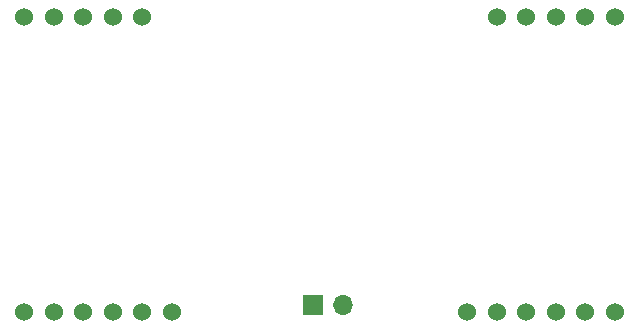
<source format=gbr>
%TF.GenerationSoftware,KiCad,Pcbnew,7.99.0-3564-gbeb917e572-dirty*%
%TF.CreationDate,2023-11-16T20:45:23+00:00*%
%TF.ProjectId,VFD Replacement,56464420-5265-4706-9c61-63656d656e74,rev?*%
%TF.SameCoordinates,Original*%
%TF.FileFunction,Soldermask,Bot*%
%TF.FilePolarity,Negative*%
%FSLAX46Y46*%
G04 Gerber Fmt 4.6, Leading zero omitted, Abs format (unit mm)*
G04 Created by KiCad (PCBNEW 7.99.0-3564-gbeb917e572-dirty) date 2023-11-16 20:45:23*
%MOMM*%
%LPD*%
G01*
G04 APERTURE LIST*
%ADD10C,1.524000*%
%ADD11R,1.700000X1.700000*%
%ADD12O,1.700000X1.700000*%
G04 APERTURE END LIST*
D10*
%TO.C,J3*%
X132028196Y-69200000D03*
X134528196Y-69200000D03*
X137028196Y-69200000D03*
X139528196Y-69200000D03*
X142028196Y-69200000D03*
X144528196Y-69200000D03*
%TD*%
%TO.C,J1*%
X142028196Y-44200000D03*
X139528196Y-44200000D03*
X137028196Y-44200000D03*
X134528196Y-44200000D03*
X132028196Y-44200000D03*
%TD*%
D11*
%TO.C,J5*%
X156460000Y-68600000D03*
D12*
X159000000Y-68600000D03*
%TD*%
D10*
%TO.C,J4*%
X169525000Y-69200000D03*
X172025000Y-69200000D03*
X174525000Y-69200000D03*
X177025000Y-69200000D03*
X179525000Y-69200000D03*
X182025000Y-69200000D03*
%TD*%
%TO.C,J2*%
X182028196Y-44200000D03*
X179528196Y-44200000D03*
X177028196Y-44200000D03*
X174528196Y-44200000D03*
X172028196Y-44200000D03*
%TD*%
M02*

</source>
